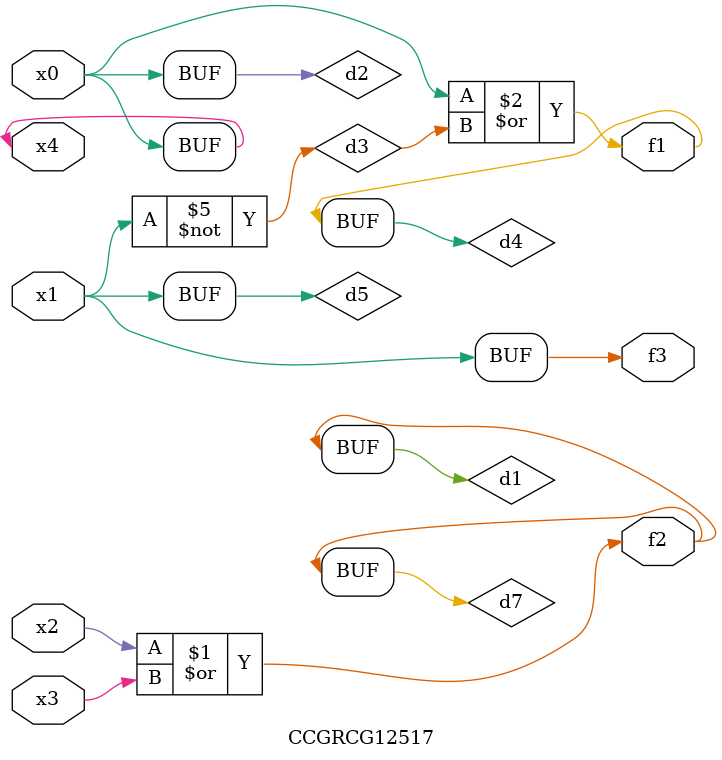
<source format=v>
module CCGRCG12517(
	input x0, x1, x2, x3, x4,
	output f1, f2, f3
);

	wire d1, d2, d3, d4, d5, d6, d7;

	or (d1, x2, x3);
	buf (d2, x0, x4);
	not (d3, x1);
	or (d4, d2, d3);
	not (d5, d3);
	nand (d6, d1, d3);
	or (d7, d1);
	assign f1 = d4;
	assign f2 = d7;
	assign f3 = d5;
endmodule

</source>
